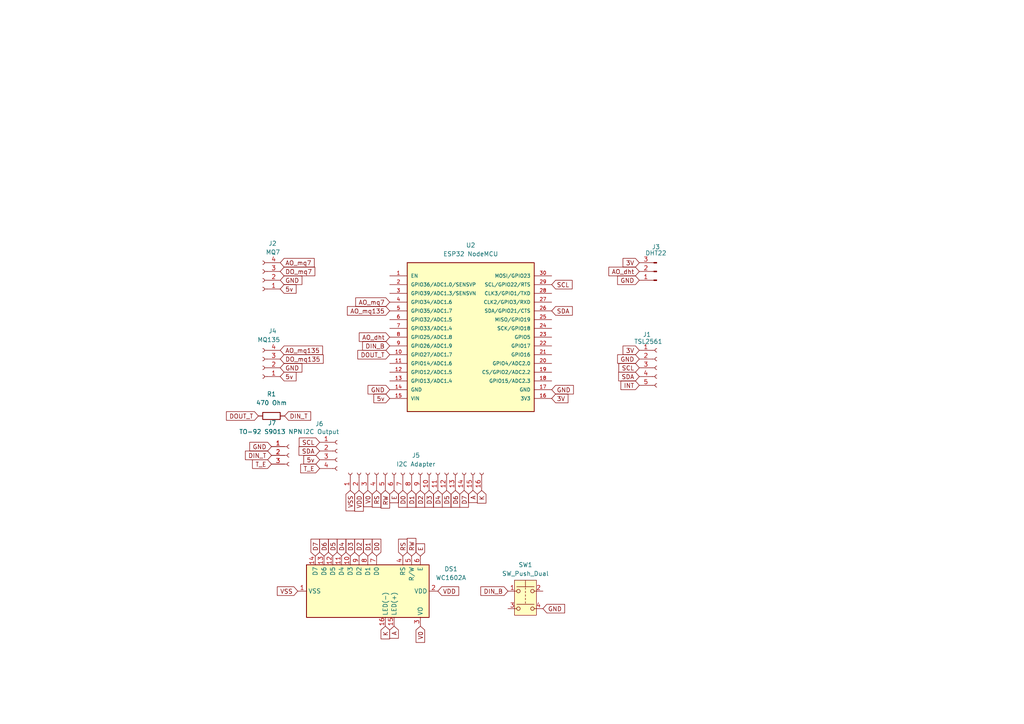
<source format=kicad_sch>
(kicad_sch (version 20250114) (generator "eeschema") (generator_version "9.0")
  (paper "A4")
  (lib_symbols
    (symbol "Connector:Conn_01x03_Pin" (pin_names (offset 1.016) (hide yes))
      (property "Reference" "J" (at 0 5.08 0))
      (property "Value" "Conn_01x03_Pin" (at 0 -5.08 0))
      (symbol "Conn_01x03_Pin_1_1"
        (rectangle (start 0.8636 2.667) (end 0 2.413) (stroke (width 0.1524)) (fill (type outline)))
        (rectangle (start 0.8636 0.127) (end 0 -0.127) (stroke (width 0.1524)) (fill (type outline)))
        (rectangle (start 0.8636 -2.413) (end 0 -2.667) (stroke (width 0.1524)) (fill (type outline)))
        (polyline (pts (xy 1.27 2.54) (xy 0.8636 2.54)) (stroke (width 0.1524)))
        (polyline (pts (xy 1.27 0) (xy 0.8636 0)) (stroke (width 0.1524)))
        (polyline (pts (xy 1.27 -2.54) (xy 0.8636 -2.54)) (stroke (width 0.1524)))
        (pin passive line (at 5.08 2.54 180) (length 3.81) (name "Pin_1") (number "1"))
        (pin passive line (at 5.08 0 180) (length 3.81) (name "Pin_2") (number "2"))
        (pin passive line (at 5.08 -2.54 180) (length 3.81) (name "Pin_3") (number "3"))
      )
    )
    (symbol "Connector:Conn_01x03_Socket" (pin_names (offset 1.016) (hide yes))
      (property "Reference" "J" (at 0 5.08 0))
      (property "Value" "Conn_01x03_Socket" (at 0 -5.08 0))
      (symbol "Conn_01x03_Socket_1_1"
        (polyline (pts (xy -1.27 2.54) (xy -0.508 2.54)) (stroke (width 0.1524)))
        (polyline (pts (xy -1.27 0) (xy -0.508 0)) (stroke (width 0.1524)))
        (polyline (pts (xy -1.27 -2.54) (xy -0.508 -2.54)) (stroke (width 0.1524)))
        (arc (start 0 2.032) (mid -0.5058 2.54) (end 0 3.048) (stroke (width 0.1524)))
        (arc (start 0 -0.508) (mid -0.5058 0) (end 0 0.508) (stroke (width 0.1524)))
        (arc (start 0 -3.048) (mid -0.5058 -2.54) (end 0 -2.032) (stroke (width 0.1524)))
        (pin passive line (at -5.08 2.54 0) (length 3.81) (name "Pin_1") (number "1"))
        (pin passive line (at -5.08 0 0) (length 3.81) (name "Pin_2") (number "2"))
        (pin passive line (at -5.08 -2.54 0) (length 3.81) (name "Pin_3") (number "3"))
      )
    )
    (symbol "Connector:Conn_01x04_Socket" (pin_names (offset 1.016) (hide yes))
      (property "Reference" "J" (at 0 5.08 0))
      (property "Value" "Conn_01x04_Socket" (at 0 -7.62 0))
      (symbol "Conn_01x04_Socket_1_1"
        (polyline (pts (xy -1.27 2.54) (xy -0.508 2.54)) (stroke (width 0.1524)))
        (polyline (pts (xy -1.27 0) (xy -0.508 0)) (stroke (width 0.1524)))
        (polyline (pts (xy -1.27 -2.54) (xy -0.508 -2.54)) (stroke (width 0.1524)))
        (polyline (pts (xy -1.27 -5.08) (xy -0.508 -5.08)) (stroke (width 0.1524)))
        (arc (start 0 2.032) (mid -0.5058 2.54) (end 0 3.048) (stroke (width 0.1524)))
        (arc (start 0 -0.508) (mid -0.5058 0) (end 0 0.508) (stroke (width 0.1524)))
        (arc (start 0 -3.048) (mid -0.5058 -2.54) (end 0 -2.032) (stroke (width 0.1524)))
        (arc (start 0 -5.588) (mid -0.5058 -5.08) (end 0 -4.572) (stroke (width 0.1524)))
        (pin passive line (at -5.08 2.54 0) (length 3.81) (name "Pin_1") (number "1"))
        (pin passive line (at -5.08 0 0) (length 3.81) (name "Pin_2") (number "2"))
        (pin passive line (at -5.08 -2.54 0) (length 3.81) (name "Pin_3") (number "3"))
        (pin passive line (at -5.08 -5.08 0) (length 3.81) (name "Pin_4") (number "4"))
      )
    )
    (symbol "Connector:Conn_01x05_Socket" (pin_names (offset 1.016) (hide yes))
      (property "Reference" "J" (at 0 7.62 0))
      (property "Value" "Conn_01x05_Socket" (at 0 -7.62 0))
      (symbol "Conn_01x05_Socket_1_1"
        (polyline (pts (xy -1.27 5.08) (xy -0.508 5.08)) (stroke (width 0.1524)))
        (polyline (pts (xy -1.27 2.54) (xy -0.508 2.54)) (stroke (width 0.1524)))
        (polyline (pts (xy -1.27 0) (xy -0.508 0)) (stroke (width 0.1524)))
        (polyline (pts (xy -1.27 -2.54) (xy -0.508 -2.54)) (stroke (width 0.1524)))
        (polyline (pts (xy -1.27 -5.08) (xy -0.508 -5.08)) (stroke (width 0.1524)))
        (arc (start 0 4.572) (mid -0.5058 5.08) (end 0 5.588) (stroke (width 0.1524)))
        (arc (start 0 2.032) (mid -0.5058 2.54) (end 0 3.048) (stroke (width 0.1524)))
        (arc (start 0 -0.508) (mid -0.5058 0) (end 0 0.508) (stroke (width 0.1524)))
        (arc (start 0 -3.048) (mid -0.5058 -2.54) (end 0 -2.032) (stroke (width 0.1524)))
        (arc (start 0 -5.588) (mid -0.5058 -5.08) (end 0 -4.572) (stroke (width 0.1524)))
        (pin passive line (at -5.08 5.08 0) (length 3.81) (name "Pin_1") (number "1"))
        (pin passive line (at -5.08 2.54 0) (length 3.81) (name "Pin_2") (number "2"))
        (pin passive line (at -5.08 0 0) (length 3.81) (name "Pin_3") (number "3"))
        (pin passive line (at -5.08 -2.54 0) (length 3.81) (name "Pin_4") (number "4"))
        (pin passive line (at -5.08 -5.08 0) (length 3.81) (name "Pin_5") (number "5"))
      )
    )
    (symbol "Connector:Conn_01x16_Socket" (pin_names (offset 1.016) (hide yes))
      (property "Reference" "J" (at 0 20.32 0))
      (property "Value" "Conn_01x16_Socket" (at 0 -22.86 0))
      (symbol "Conn_01x16_Socket_1_1"
        (polyline (pts (xy -1.27 17.78) (xy -0.508 17.78)) (stroke (width 0.1524)))
        (polyline (pts (xy -1.27 15.24) (xy -0.508 15.24)) (stroke (width 0.1524)))
        (polyline (pts (xy -1.27 12.7) (xy -0.508 12.7)) (stroke (width 0.1524)))
        (polyline (pts (xy -1.27 10.16) (xy -0.508 10.16)) (stroke (width 0.1524)))
        (polyline (pts (xy -1.27 7.62) (xy -0.508 7.62)) (stroke (width 0.1524)))
        (polyline (pts (xy -1.27 5.08) (xy -0.508 5.08)) (stroke (width 0.1524)))
        (polyline (pts (xy -1.27 2.54) (xy -0.508 2.54)) (stroke (width 0.1524)))
        (polyline (pts (xy -1.27 0) (xy -0.508 0)) (stroke (width 0.1524)))
        (polyline (pts (xy -1.27 -2.54) (xy -0.508 -2.54)) (stroke (width 0.1524)))
        (polyline (pts (xy -1.27 -5.08) (xy -0.508 -5.08)) (stroke (width 0.1524)))
        (polyline (pts (xy -1.27 -7.62) (xy -0.508 -7.62)) (stroke (width 0.1524)))
        (polyline (pts (xy -1.27 -10.16) (xy -0.508 -10.16)) (stroke (width 0.1524)))
        (polyline (pts (xy -1.27 -12.7) (xy -0.508 -12.7)) (stroke (width 0.1524)))
        (polyline (pts (xy -1.27 -15.24) (xy -0.508 -15.24)) (stroke (width 0.1524)))
        (polyline (pts (xy -1.27 -17.78) (xy -0.508 -17.78)) (stroke (width 0.1524)))
        (polyline (pts (xy -1.27 -20.32) (xy -0.508 -20.32)) (stroke (width 0.1524)))
        (arc (start 0 17.272) (mid -0.5058 17.78) (end 0 18.288) (stroke (width 0.1524)))
        (arc (start 0 14.732) (mid -0.5058 15.24) (end 0 15.748) (stroke (width 0.1524)))
        (arc (start 0 12.192) (mid -0.5058 12.7) (end 0 13.208) (stroke (width 0.1524)))
        (arc (start 0 9.652) (mid -0.5058 10.16) (end 0 10.668) (stroke (width 0.1524)))
        (arc (start 0 7.112) (mid -0.5058 7.62) (end 0 8.128) (stroke (width 0.1524)))
        (arc (start 0 4.572) (mid -0.5058 5.08) (end 0 5.588) (stroke (width 0.1524)))
        (arc (start 0 2.032) (mid -0.5058 2.54) (end 0 3.048) (stroke (width 0.1524)))
        (arc (start 0 -0.508) (mid -0.5058 0) (end 0 0.508) (stroke (width 0.1524)))
        (arc (start 0 -3.048) (mid -0.5058 -2.54) (end 0 -2.032) (stroke (width 0.1524)))
        (arc (start 0 -5.588) (mid -0.5058 -5.08) (end 0 -4.572) (stroke (width 0.1524)))
        (arc (start 0 -8.128) (mid -0.5058 -7.62) (end 0 -7.112) (stroke (width 0.1524)))
        (arc (start 0 -10.668) (mid -0.5058 -10.16) (end 0 -9.652) (stroke (width 0.1524)))
        (arc (start 0 -13.208) (mid -0.5058 -12.7) (end 0 -12.192) (stroke (width 0.1524)))
        (arc (start 0 -15.748) (mid -0.5058 -15.24) (end 0 -14.732) (stroke (width 0.1524)))
        (arc (start 0 -18.288) (mid -0.5058 -17.78) (end 0 -17.272) (stroke (width 0.1524)))
        (arc (start 0 -20.828) (mid -0.5058 -20.32) (end 0 -19.812) (stroke (width 0.1524)))
        (pin passive line (at -5.08 17.78 0) (length 3.81) (name "Pin_1") (number "1"))
        (pin passive line (at -5.08 15.24 0) (length 3.81) (name "Pin_2") (number "2"))
        (pin passive line (at -5.08 12.7 0) (length 3.81) (name "Pin_3") (number "3"))
        (pin passive line (at -5.08 10.16 0) (length 3.81) (name "Pin_4") (number "4"))
        (pin passive line (at -5.08 7.62 0) (length 3.81) (name "Pin_5") (number "5"))
        (pin passive line (at -5.08 5.08 0) (length 3.81) (name "Pin_6") (number "6"))
        (pin passive line (at -5.08 2.54 0) (length 3.81) (name "Pin_7") (number "7"))
        (pin passive line (at -5.08 0 0) (length 3.81) (name "Pin_8") (number "8"))
        (pin passive line (at -5.08 -2.54 0) (length 3.81) (name "Pin_9") (number "9"))
        (pin passive line (at -5.08 -5.08 0) (length 3.81) (name "Pin_10") (number "10"))
        (pin passive line (at -5.08 -7.62 0) (length 3.81) (name "Pin_11") (number "11"))
        (pin passive line (at -5.08 -10.16 0) (length 3.81) (name "Pin_12") (number "12"))
        (pin passive line (at -5.08 -12.7 0) (length 3.81) (name "Pin_13") (number "13"))
        (pin passive line (at -5.08 -15.24 0) (length 3.81) (name "Pin_14") (number "14"))
        (pin passive line (at -5.08 -17.78 0) (length 3.81) (name "Pin_15") (number "15"))
        (pin passive line (at -5.08 -20.32 0) (length 3.81) (name "Pin_16") (number "16"))
      )
    )
    (symbol "Device:R" (pin_numbers (hide yes)) (pin_names (offset 0))
      (property "Reference" "R" (at 2.032 0 90))
      (property "Value" "R" (at 0 0 90))
      (symbol "R_0_1"
        (rectangle (start -1.016 -2.54) (end 1.016 2.54) (stroke (width 0.254)))
      )
      (symbol "R_1_1"
        (pin passive line (at 0 3.81 270) (length 1.27) (name "~") (number "1"))
        (pin passive line (at 0 -3.81 90) (length 1.27) (name "~") (number "2"))
      )
    )
    (symbol "Display_Character:WC1602A"
      (property "Reference" "DS" (at -5.842 19.05 0))
      (property "Value" "WC1602A" (at 5.334 19.05 0))
      (symbol "WC1602A_1_1"
        (rectangle (start -7.62 17.78) (end 7.62 -17.78) (stroke (width 0.254)) (fill (type background)))
        (pin input line (at -10.16 15.24 0) (length 2.54) (name "E") (number "6"))
        (pin input line (at -10.16 12.7 0) (length 2.54) (name "R/W") (number "5"))
        (pin input line (at -10.16 10.16 0) (length 2.54) (name "RS") (number "4"))
        (pin input line (at -10.16 2.54 0) (length 2.54) (name "D0") (number "7"))
        (pin input line (at -10.16 0 0) (length 2.54) (name "D1") (number "8"))
        (pin input line (at -10.16 -2.54 0) (length 2.54) (name "D2") (number "9"))
        (pin input line (at -10.16 -5.08 0) (length 2.54) (name "D3") (number "10"))
        (pin input line (at -10.16 -7.62 0) (length 2.54) (name "D4") (number "11"))
        (pin input line (at -10.16 -10.16 0) (length 2.54) (name "D5") (number "12"))
        (pin input line (at -10.16 -12.7 0) (length 2.54) (name "D6") (number "13"))
        (pin input line (at -10.16 -15.24 0) (length 2.54) (name "D7") (number "14"))
        (pin power_in line (at 0 20.32 270) (length 2.54) (name "VDD") (number "2"))
        (pin power_in line (at 0 -20.32 90) (length 2.54) (name "VSS") (number "1"))
        (pin input line (at 10.16 15.24 180) (length 2.54) (name "VO") (number "3"))
        (pin power_in line (at 10.16 7.62 180) (length 2.54) (name "LED(+)") (number "15"))
        (pin power_in line (at 10.16 5.08 180) (length 2.54) (name "LED(-)") (number "16"))
      )
    )
    (symbol "ESP32_38:ESP32_NodeMCU" (pin_names (offset 1.016))
      (property "Reference" "U" (at -12.7 26.035 0))
      (property "Value" "ESP32 NodeMCU" (at -12.954 -20.066 0))
      (symbol "ESP32_NodeMCU_0_0"
        (rectangle (start -12.7 25.4) (end 24.13 -17.78) (stroke (width 0.254)) (fill (type background)))
      )
      (symbol "ESP32_NodeMCU_1_0"
        (pin input line (at -17.78 21.59 0) (length 5.08) (name "EN") (number "1"))
        (pin input line (at -17.78 19.05 0) (length 5.08) (name "GPIO36/ADC1.0/SENSVP") (number "2"))
        (pin input line (at -17.78 16.51 0) (length 5.08) (name "GPIO39/ADC1.3/SENSVN") (number "3"))
        (pin input line (at -17.78 13.97 0) (length 5.08) (name "GPIO34/ADC1.6") (number "4"))
        (pin input line (at -17.78 11.43 0) (length 5.08) (name "GPIO35/ADC1.7") (number "5"))
        (pin input line (at -17.78 8.89 0) (length 5.08) (name "GPIO32/ADC1.5") (number "6"))
        (pin input line (at -17.78 6.35 0) (length 5.08) (name "GPIO33/ADC1.4") (number "7"))
        (pin input line (at -17.78 3.81 0) (length 5.08) (name "GPIO25/ADC1.8") (number "8"))
        (pin input line (at -17.78 1.27 0) (length 5.08) (name "GPIO26/ADC1.9") (number "9"))
        (pin input line (at -17.78 -1.27 0) (length 5.08) (name "GPIO27/ADC1.7") (number "10"))
        (pin input line (at -17.78 -3.81 0) (length 5.08) (name "GPIO14/ADC1.6") (number "11"))
        (pin input line (at -17.78 -6.35 0) (length 5.08) (name "GPIO12/ADC1.5") (number "12"))
        (pin passive line (at -17.78 -8.89 0) (length 5.08) (name "GPIO13/ADC1.4") (number "13"))
        (pin power_in line (at -17.78 -11.43 0) (length 5.08) (name "GND") (number "14"))
        (pin power_in line (at -17.78 -13.97 0) (length 5.08) (name "VIN") (number "15"))
        (pin passive line (at 29.21 21.59 180) (length 5.08) (name "MOSI/GPIO23") (number "30"))
        (pin passive line (at 29.21 19.05 180) (length 5.08) (name "SCL/GPIO22/RTS") (number "29"))
        (pin passive line (at 29.21 16.51 180) (length 5.08) (name "CLK3/GPIO1/TXD") (number "28"))
        (pin input line (at 29.21 13.97 180) (length 5.08) (name "CLK2/GPIO3/RXD") (number "27"))
        (pin passive line (at 29.21 11.43 180) (length 5.08) (name "SDA/GPIO21/CTS") (number "26"))
        (pin passive line (at 29.21 8.89 180) (length 5.08) (name "MISO/GPIO19") (number "25"))
        (pin passive line (at 29.21 6.35 180) (length 5.08) (name "SCK/GPIO18") (number "24"))
        (pin passive line (at 29.21 3.81 180) (length 5.08) (name "GPIO5") (number "23"))
        (pin passive line (at 29.21 1.27 180) (length 5.08) (name "GPIO17") (number "22"))
        (pin passive line (at 29.21 -1.27 180) (length 5.08) (name "GPIO16") (number "21"))
        (pin passive line (at 29.21 -3.81 180) (length 5.08) (name "GPIO4/ADC2.0") (number "20"))
        (pin passive line (at 29.21 -6.35 180) (length 5.08) (name "CS/GPIO2/ADC2.2") (number "19"))
        (pin passive line (at 29.21 -8.89 180) (length 5.08) (name "GPIO15/ADC2.3") (number "18"))
        (pin passive line (at 29.21 -11.43 180) (length 5.08) (name "GND") (number "17"))
        (pin power_in line (at 29.21 -13.97 180) (length 5.08) (name "3V3") (number "16"))
      )
    )
    (symbol "Switch:SW_Push_Dual" (pin_names (offset 1.016) (hide yes))
      (property "Reference" "SW" (at 0 7.62 0))
      (property "Value" "SW_Push_Dual" (at 0 -6.35 0))
      (symbol "SW_Push_Dual_0_1"
        (circle (center -2.032 2.54) (radius 0.508))
        (circle (center -2.032 -2.54) (radius 0.508))
        (polyline (pts (xy 0 3.81) (xy 0 5.588)))
        (polyline (pts (xy 0 3.048) (xy 0 3.556)))
        (polyline (pts (xy 0 2.032) (xy 0 2.54)))
        (polyline (pts (xy 0 1.016) (xy 0 1.524)))
        (polyline (pts (xy 0 0.508) (xy 0 0)))
        (polyline (pts (xy 0 -0.508) (xy 0 -1.016)))
        (circle (center 2.032 2.54) (radius 0.508))
        (circle (center 2.032 -2.54) (radius 0.508))
        (polyline (pts (xy 2.54 3.81) (xy -2.54 3.81)))
        (polyline (pts (xy 2.54 -1.27) (xy -2.54 -1.27)))
        (pin passive line (at -5.08 2.54 0) (length 2.54) (name "1") (number "1"))
        (pin passive line (at -5.08 -2.54 0) (length 2.54) (name "3") (number "3"))
        (pin passive line (at 5.08 2.54 180) (length 2.54) (name "2") (number "2"))
        (pin passive line (at 5.08 -2.54 180) (length 2.54) (name "4") (number "4"))
      )
      (symbol "SW_Push_Dual_1_1"
        (rectangle (start -3.175 5.715) (end 3.175 -4.445) (fill (type background)))
      )
    )
  )
  (global_label "INT" (shape input) (at 185.42 111.76 180) (property "Intersheetrefs" "${INTERSHEET_REFS}" (effects (hide yes))))
  (global_label "3V" (shape input) (at 185.42 101.6 180) (property "Intersheetrefs" "${INTERSHEET_REFS}" (effects (hide yes))))
  (global_label "VSS" (shape input) (at 86.36 171.45 180) (property "Intersheetrefs" "${INTERSHEET_REFS}" (effects (hide yes))))
  (global_label "3V" (shape input) (at 185.42 76.2 180) (property "Intersheetrefs" "${INTERSHEET_REFS}" (effects (hide yes))))
  (global_label "D3" (shape input) (at 124.46 142.24 270) (property "Intersheetrefs" "${INTERSHEET_REFS}" (effects (hide yes))))
  (global_label "DIN_B" (shape input) (at 147.32 171.45 180) (property "Intersheetrefs" "${INTERSHEET_REFS}" (effects (hide yes))))
  (global_label "VDD" (shape input) (at 127 171.45 0) (property "Intersheetrefs" "${INTERSHEET_REFS}" (effects (hide yes))))
  (global_label "VSS" (shape input) (at 101.6 142.24 270) (property "Intersheetrefs" "${INTERSHEET_REFS}" (effects (hide yes))))
  (global_label "DIN_T" (shape input) (at 78.74 132.08 180) (property "Intersheetrefs" "${INTERSHEET_REFS}" (effects (hide yes))))
  (global_label "5v" (shape input) (at 92.71 133.35 180) (property "Intersheetrefs" "${INTERSHEET_REFS}" (effects (hide yes))))
  (global_label "DO_mq7" (shape input) (at 81.28 78.74 0) (property "Intersheetrefs" "${INTERSHEET_REFS}" (effects (hide yes))))
  (global_label "DO_mq135" (shape input) (at 81.28 104.14 0) (property "Intersheetrefs" "${INTERSHEET_REFS}" (effects (hide yes))))
  (global_label "T_E" (shape input) (at 78.74 134.62 180) (property "Intersheetrefs" "${INTERSHEET_REFS}" (effects (hide yes))))
  (global_label "3V" (shape input) (at 160.02 115.57 0) (property "Intersheetrefs" "${INTERSHEET_REFS}" (effects (hide yes))))
  (global_label "A" (shape input) (at 114.3 181.61 270) (property "Intersheetrefs" "${INTERSHEET_REFS}" (effects (hide yes))))
  (global_label "D1" (shape input) (at 106.68 161.29 90) (property "Intersheetrefs" "${INTERSHEET_REFS}" (effects (hide yes))))
  (global_label "D0" (shape input) (at 109.22 161.29 90) (property "Intersheetrefs" "${INTERSHEET_REFS}" (effects (hide yes))))
  (global_label "GND" (shape input) (at 81.28 106.68 0) (property "Intersheetrefs" "${INTERSHEET_REFS}" (effects (hide yes))))
  (global_label "D2" (shape input) (at 104.14 161.29 90) (property "Intersheetrefs" "${INTERSHEET_REFS}" (effects (hide yes))))
  (global_label "DOUT_T" (shape input) (at 74.93 120.65 180) (property "Intersheetrefs" "${INTERSHEET_REFS}" (effects (hide yes))))
  (global_label "D5" (shape input) (at 96.52 161.29 90) (property "Intersheetrefs" "${INTERSHEET_REFS}" (effects (hide yes))))
  (global_label "RS" (shape input) (at 116.84 161.29 90) (property "Intersheetrefs" "${INTERSHEET_REFS}" (effects (hide yes))))
  (global_label "RW" (shape input) (at 111.76 142.24 270) (property "Intersheetrefs" "${INTERSHEET_REFS}" (effects (hide yes))))
  (global_label "K" (shape input) (at 139.7 142.24 270) (property "Intersheetrefs" "${INTERSHEET_REFS}" (effects (hide yes))))
  (global_label "AO_dht" (shape input) (at 185.42 78.74 180) (property "Intersheetrefs" "${INTERSHEET_REFS}" (effects (hide yes))))
  (global_label "D7" (shape input) (at 134.62 142.24 270) (property "Intersheetrefs" "${INTERSHEET_REFS}" (effects (hide yes))))
  (global_label "AO_mq7" (shape input) (at 113.03 87.63 180) (property "Intersheetrefs" "${INTERSHEET_REFS}" (effects (hide yes))))
  (global_label "D6" (shape input) (at 132.08 142.24 270) (property "Intersheetrefs" "${INTERSHEET_REFS}" (effects (hide yes))))
  (global_label "D1" (shape input) (at 119.38 142.24 270) (property "Intersheetrefs" "${INTERSHEET_REFS}" (effects (hide yes))))
  (global_label "DIN_B" (shape input) (at 113.03 100.33 180) (property "Intersheetrefs" "${INTERSHEET_REFS}" (effects (hide yes))))
  (global_label "SCL" (shape input) (at 160.02 82.55 0) (property "Intersheetrefs" "${INTERSHEET_REFS}" (effects (hide yes))))
  (global_label "RS" (shape input) (at 109.22 142.24 270) (property "Intersheetrefs" "${INTERSHEET_REFS}" (effects (hide yes))))
  (global_label "VDD" (shape input) (at 104.14 142.24 270) (property "Intersheetrefs" "${INTERSHEET_REFS}" (effects (hide yes))))
  (global_label "DOUT_T" (shape input) (at 113.03 102.87 180) (property "Intersheetrefs" "${INTERSHEET_REFS}" (effects (hide yes))))
  (global_label "V0" (shape input) (at 121.92 181.61 270) (property "Intersheetrefs" "${INTERSHEET_REFS}" (effects (hide yes))))
  (global_label "5v" (shape input) (at 81.28 109.22 0) (property "Intersheetrefs" "${INTERSHEET_REFS}" (effects (hide yes))))
  (global_label "D4" (shape input) (at 127 142.24 270) (property "Intersheetrefs" "${INTERSHEET_REFS}" (effects (hide yes))))
  (global_label "V0" (shape input) (at 106.68 142.24 270) (property "Intersheetrefs" "${INTERSHEET_REFS}" (effects (hide yes))))
  (global_label "D2" (shape input) (at 121.92 142.24 270) (property "Intersheetrefs" "${INTERSHEET_REFS}" (effects (hide yes))))
  (global_label "DIN_T" (shape input) (at 82.55 120.65 0) (property "Intersheetrefs" "${INTERSHEET_REFS}" (effects (hide yes))))
  (global_label "D6" (shape input) (at 93.98 161.29 90) (property "Intersheetrefs" "${INTERSHEET_REFS}" (effects (hide yes))))
  (global_label "SDA" (shape input) (at 160.02 90.17 0) (property "Intersheetrefs" "${INTERSHEET_REFS}" (effects (hide yes))))
  (global_label "A" (shape input) (at 137.16 142.24 270) (property "Intersheetrefs" "${INTERSHEET_REFS}" (effects (hide yes))))
  (global_label "SCL" (shape input) (at 92.71 128.27 180) (property "Intersheetrefs" "${INTERSHEET_REFS}" (effects (hide yes))))
  (global_label "GND" (shape input) (at 185.42 81.28 180) (property "Intersheetrefs" "${INTERSHEET_REFS}" (effects (hide yes))))
  (global_label "RW" (shape input) (at 119.38 161.29 90) (property "Intersheetrefs" "${INTERSHEET_REFS}" (effects (hide yes))))
  (global_label "GND" (shape input) (at 78.74 129.54 180) (property "Intersheetrefs" "${INTERSHEET_REFS}" (effects (hide yes))))
  (global_label "GND" (shape input) (at 157.48 176.53 0) (property "Intersheetrefs" "${INTERSHEET_REFS}" (effects (hide yes))))
  (global_label "AO_dht" (shape input) (at 113.03 97.79 180) (property "Intersheetrefs" "${INTERSHEET_REFS}" (effects (hide yes))))
  (global_label "SCL" (shape input) (at 185.42 106.68 180) (property "Intersheetrefs" "${INTERSHEET_REFS}" (effects (hide yes))))
  (global_label "5v" (shape input) (at 81.28 83.82 0) (property "Intersheetrefs" "${INTERSHEET_REFS}" (effects (hide yes))))
  (global_label "SDA" (shape input) (at 185.42 109.22 180) (property "Intersheetrefs" "${INTERSHEET_REFS}" (effects (hide yes))))
  (global_label "D0" (shape input) (at 116.84 142.24 270) (property "Intersheetrefs" "${INTERSHEET_REFS}" (effects (hide yes))))
  (global_label "5v" (shape input) (at 113.03 115.57 180) (property "Intersheetrefs" "${INTERSHEET_REFS}" (effects (hide yes))))
  (global_label "D3" (shape input) (at 101.6 161.29 90) (property "Intersheetrefs" "${INTERSHEET_REFS}" (effects (hide yes))))
  (global_label "GND" (shape input) (at 81.28 81.28 0) (property "Intersheetrefs" "${INTERSHEET_REFS}" (effects (hide yes))))
  (global_label "GND" (shape input) (at 113.03 113.03 180) (property "Intersheetrefs" "${INTERSHEET_REFS}" (effects (hide yes))))
  (global_label "AO_mq135" (shape input) (at 113.03 90.17 180) (property "Intersheetrefs" "${INTERSHEET_REFS}" (effects (hide yes))))
  (global_label "K" (shape input) (at 111.76 181.61 270) (property "Intersheetrefs" "${INTERSHEET_REFS}" (effects (hide yes))))
  (global_label "AO_mq7" (shape input) (at 81.28 76.2 0) (property "Intersheetrefs" "${INTERSHEET_REFS}" (effects (hide yes))))
  (global_label "SDA" (shape input) (at 92.71 130.81 180) (property "Intersheetrefs" "${INTERSHEET_REFS}" (effects (hide yes))))
  (global_label "AO_mq135" (shape input) (at 81.28 101.6 0) (property "Intersheetrefs" "${INTERSHEET_REFS}" (effects (hide yes))))
  (global_label "E" (shape input) (at 121.92 161.29 90) (property "Intersheetrefs" "${INTERSHEET_REFS}" (effects (hide yes))))
  (global_label "D7" (shape input) (at 91.44 161.29 90) (property "Intersheetrefs" "${INTERSHEET_REFS}" (effects (hide yes))))
  (global_label "T_E" (shape input) (at 92.71 135.89 180) (property "Intersheetrefs" "${INTERSHEET_REFS}" (effects (hide yes))))
  (global_label "D5" (shape input) (at 129.54 142.24 270) (property "Intersheetrefs" "${INTERSHEET_REFS}" (effects (hide yes))))
  (global_label "D4" (shape input) (at 99.06 161.29 90) (property "Intersheetrefs" "${INTERSHEET_REFS}" (effects (hide yes))))
  (global_label "GND" (shape input) (at 185.42 104.14 180) (property "Intersheetrefs" "${INTERSHEET_REFS}" (effects (hide yes))))
  (global_label "E" (shape input) (at 114.3 142.24 270) (property "Intersheetrefs" "${INTERSHEET_REFS}" (effects (hide yes))))
  (global_label "GND" (shape input) (at 160.02 113.03 0) (property "Intersheetrefs" "${INTERSHEET_REFS}" (effects (hide yes))))
  (symbol (lib_id "ESP32_38:ESP32_NodeMCU") (at 130.81 101.6 0) (unit 1)
    (property "Reference" "U2" (at 136.525 71.12 0))
    (property "Value" "ESP32 NodeMCU" (at 136.525 73.66 0))
    (property "Footprint" "RF_Module:ESP32-C3-DevKitM-1" (effects (hide yes)))
    (property "PARTREV" "23/04/2025" (effects (hide yes)))
    (property "STANDARD" "Manufacturer Recommendations" (effects (hide yes)))
    (property "MAXIMUM_PACKAGE_HEIGHT" "N/A" (effects (hide yes)))
    (property "MANUFACTURER" "Arduino" (effects (hide yes)))
  )
  (symbol (lib_id "Connector:Conn_01x04_Socket") (at 97.79 130.81 0) (unit 1)
    (property "Reference" "J6" (at 91.44 122.936 0) (effects (justify left)))
    (property "Value" "I2C Output" (at 87.884 125.222 0) (effects (justify left)))
    (property "Footprint" "Connector_PinHeader_2.54mm:PinHeader_1x04_P2.54mm_Vertical" (effects (hide yes)))
    (property "Description" "Generic connector, single row, 01x04, script generated" (effects (hide yes)))
  )
  (symbol (lib_id "Connector:Conn_01x03_Socket") (at 83.82 132.08 0) (unit 1)
    (property "Reference" "J7" (at 77.724 122.682 0) (effects (justify left)))
    (property "Value" "TO-92 S9013 NPN" (at 69.342 125.222 0) (effects (justify left)))
    (property "Footprint" "Connector_PinSocket_2.54mm:PinSocket_1x03_P2.54mm_Vertical" (effects (hide yes)))
    (property "Description" "Generic connector, single row, 01x03, script generated" (effects (hide yes)))
  )
  (symbol (lib_id "Connector:Conn_01x04_Socket") (at 76.2 106.68 180) (unit 1)
    (property "Reference" "J4" (at 80.264 96.012 0) (effects (justify left)))
    (property "Value" "MQ135" (at 81.28 98.552 0) (effects (justify left)))
    (property "Footprint" "Connector_PinSocket_2.54mm:PinSocket_1x04_P2.54mm_Horizontal" (effects (hide yes)))
    (property "Description" "Generic connector, single row, 01x04, script generated" (effects (hide yes)))
  )
  (symbol (lib_id "Connector:Conn_01x04_Socket") (at 76.2 81.28 180) (unit 1)
    (property "Reference" "J2" (at 80.264 70.612 0) (effects (justify left)))
    (property "Value" "MQ7" (at 81.28 73.152 0) (effects (justify left)))
    (property "Footprint" "Connector_PinSocket_2.54mm:PinSocket_1x04_P2.54mm_Horizontal" (effects (hide yes)))
    (property "Description" "Generic connector, single row, 01x04, script generated" (effects (hide yes)))
  )
  (symbol (lib_id "Connector:Conn_01x16_Socket") (at 119.38 137.16 90) (unit 1)
    (property "Reference" "J5" (at 120.65 132.08 90))
    (property "Value" "I2C Adapter" (at 120.65 134.62 90))
    (property "Footprint" "Connector_PinSocket_2.54mm:PinSocket_1x16_P2.54mm_Vertical" (effects (hide yes)))
    (property "Description" "Generic connector, single row, 01x16, script generated" (effects (hide yes)))
  )
  (symbol (lib_id "Device:R") (at 78.74 120.65 90) (unit 1)
    (property "Reference" "R1" (at 78.74 114.3 90))
    (property "Value" "470 Ohm" (at 78.74 116.84 90))
    (property "Footprint" "Resistor_THT:R_Axial_DIN0204_L3.6mm_D1.6mm_P1.90mm_Vertical" (effects (hide yes)))
    (property "Description" "Resistor" (effects (hide yes)))
  )
  (symbol (lib_id "Display_Character:WC1602A") (at 106.68 171.45 270) (unit 1)
    (property "Reference" "DS1" (at 130.81 165.0298 90))
    (property "Value" "WC1602A" (at 130.81 167.5698 90))
    (property "Footprint" "Display:WC1602A" (effects (hide yes)))
    (property "Datasheet" "http://www.wincomlcd.com/pdf/WC1602A-SFYLYHTC06.pdf" (effects (hide yes)))
    (property "Description" "LCD 16x2 Alphanumeric , 8 bit parallel bus, 5V VDD" (effects (hide yes)))
  )
  (symbol (lib_id "Connector:Conn_01x03_Pin") (at 190.5 78.74 180) (unit 1)
    (property "Reference" "J3" (at 190.246 71.628 0))
    (property "Value" "DHT22" (at 190.246 73.406 0))
    (property "Footprint" "Connector_PinHeader_2.54mm:PinHeader_1x03_P2.54mm_Vertical" (effects (hide yes)))
    (property "Description" "Generic connector, single row, 01x03, script generated" (effects (hide yes)))
  )
  (symbol (lib_id "Switch:SW_Push_Dual") (at 152.4 173.99 0) (unit 1)
    (property "Reference" "SW1" (at 152.4 163.83 0))
    (property "Value" "SW_Push_Dual" (at 152.4 166.37 0))
    (property "Footprint" "Button_Switch_THT:SW_PUSH_6mm" (effects (hide yes)))
    (property "Description" "Push button switch, generic, symbol, four pins" (effects (hide yes)))
  )
  (symbol (lib_id "Connector:Conn_01x05_Socket") (at 190.5 106.68 0) (unit 1)
    (property "Reference" "J1" (at 186.436 97.028 0) (effects (justify left)))
    (property "Value" "TSL2561" (at 183.896 99.06 0) (effects (justify left)))
    (property "Footprint" "Connector_PinSocket_2.54mm:PinSocket_1x05_P2.54mm_Vertical" (effects (hide yes)))
    (property "Description" "Generic connector, single row, 01x05, script generated" (effects (hide yes)))
  )
)
</source>
